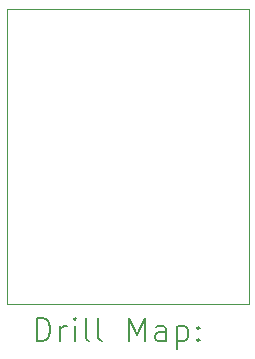
<source format=gbr>
%TF.GenerationSoftware,KiCad,Pcbnew,(6.0.8-1)-1*%
%TF.CreationDate,2023-07-28T17:56:40-05:00*%
%TF.ProjectId,FSR Adaptor,46535220-4164-4617-9074-6f722e6b6963,rev?*%
%TF.SameCoordinates,Original*%
%TF.FileFunction,Drillmap*%
%TF.FilePolarity,Positive*%
%FSLAX45Y45*%
G04 Gerber Fmt 4.5, Leading zero omitted, Abs format (unit mm)*
G04 Created by KiCad (PCBNEW (6.0.8-1)-1) date 2023-07-28 17:56:40*
%MOMM*%
%LPD*%
G01*
G04 APERTURE LIST*
%ADD10C,0.100000*%
%ADD11C,0.200000*%
G04 APERTURE END LIST*
D10*
X5000000Y-5000000D02*
X7050000Y-5000000D01*
X7050000Y-5000000D02*
X7050000Y-7500000D01*
X7050000Y-7500000D02*
X5000000Y-7500000D01*
X5000000Y-7500000D02*
X5000000Y-5000000D01*
D11*
X5252619Y-7815476D02*
X5252619Y-7615476D01*
X5300238Y-7615476D01*
X5328810Y-7625000D01*
X5347857Y-7644048D01*
X5357381Y-7663095D01*
X5366905Y-7701190D01*
X5366905Y-7729762D01*
X5357381Y-7767857D01*
X5347857Y-7786905D01*
X5328810Y-7805952D01*
X5300238Y-7815476D01*
X5252619Y-7815476D01*
X5452619Y-7815476D02*
X5452619Y-7682143D01*
X5452619Y-7720238D02*
X5462143Y-7701190D01*
X5471667Y-7691667D01*
X5490714Y-7682143D01*
X5509762Y-7682143D01*
X5576429Y-7815476D02*
X5576429Y-7682143D01*
X5576429Y-7615476D02*
X5566905Y-7625000D01*
X5576429Y-7634524D01*
X5585952Y-7625000D01*
X5576429Y-7615476D01*
X5576429Y-7634524D01*
X5700238Y-7815476D02*
X5681190Y-7805952D01*
X5671667Y-7786905D01*
X5671667Y-7615476D01*
X5805000Y-7815476D02*
X5785952Y-7805952D01*
X5776428Y-7786905D01*
X5776428Y-7615476D01*
X6033571Y-7815476D02*
X6033571Y-7615476D01*
X6100238Y-7758333D01*
X6166905Y-7615476D01*
X6166905Y-7815476D01*
X6347857Y-7815476D02*
X6347857Y-7710714D01*
X6338333Y-7691667D01*
X6319286Y-7682143D01*
X6281190Y-7682143D01*
X6262143Y-7691667D01*
X6347857Y-7805952D02*
X6328809Y-7815476D01*
X6281190Y-7815476D01*
X6262143Y-7805952D01*
X6252619Y-7786905D01*
X6252619Y-7767857D01*
X6262143Y-7748809D01*
X6281190Y-7739286D01*
X6328809Y-7739286D01*
X6347857Y-7729762D01*
X6443095Y-7682143D02*
X6443095Y-7882143D01*
X6443095Y-7691667D02*
X6462143Y-7682143D01*
X6500238Y-7682143D01*
X6519286Y-7691667D01*
X6528809Y-7701190D01*
X6538333Y-7720238D01*
X6538333Y-7777381D01*
X6528809Y-7796428D01*
X6519286Y-7805952D01*
X6500238Y-7815476D01*
X6462143Y-7815476D01*
X6443095Y-7805952D01*
X6624048Y-7796428D02*
X6633571Y-7805952D01*
X6624048Y-7815476D01*
X6614524Y-7805952D01*
X6624048Y-7796428D01*
X6624048Y-7815476D01*
X6624048Y-7691667D02*
X6633571Y-7701190D01*
X6624048Y-7710714D01*
X6614524Y-7701190D01*
X6624048Y-7691667D01*
X6624048Y-7710714D01*
M02*

</source>
